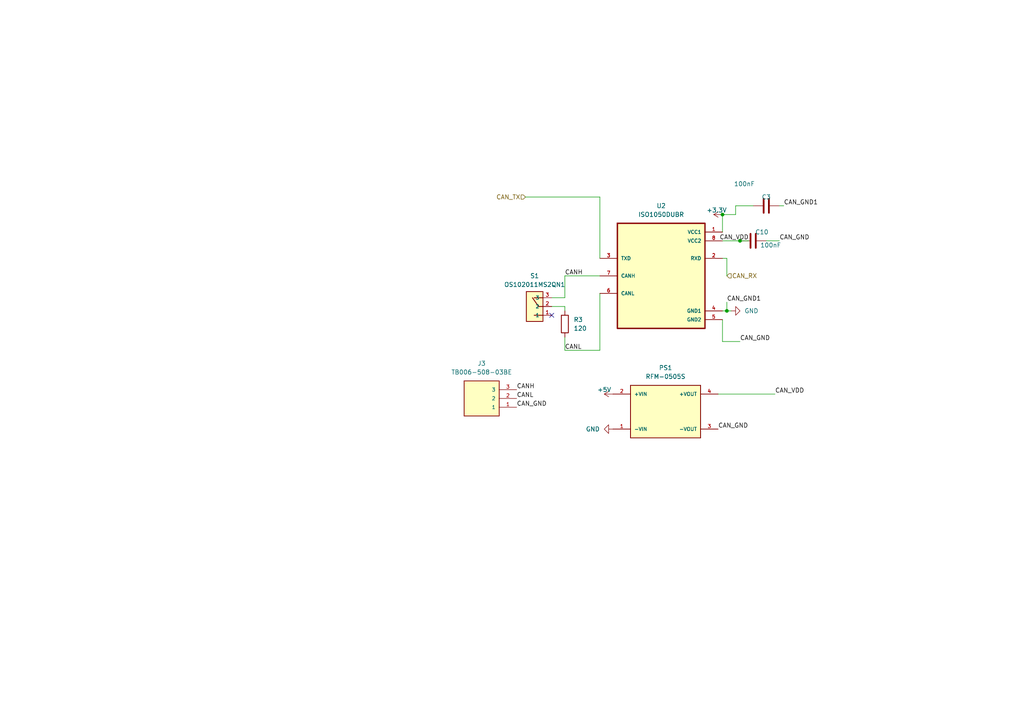
<source format=kicad_sch>
(kicad_sch (version 20230121) (generator eeschema)
  (paper "A4")
  (lib_symbols
    (symbol "Device:C" (pin_numbers hide) (pin_names (offset 0.254))
      (property "Reference" "C" (at 0.635 2.54 0))
      (property "Value" "C" (at 0.635 -2.54 0))
      (symbol "C_0_1"
        (polyline (pts (xy -2.032 -0.762) (xy 2.032 -0.762)) (stroke (width 0.508)))
        (polyline (pts (xy -2.032 0.762) (xy 2.032 0.762)) (stroke (width 0.508)))
      )
      (symbol "C_1_1"
        (pin passive line (at 0 3.81 270) (length 2.794) (name "~") (number "1"))
        (pin passive line (at 0 -3.81 90) (length 2.794) (name "~") (number "2"))
      )
    )
    (symbol "Device:R" (pin_numbers hide) (pin_names (offset 0))
      (property "Reference" "R" (at 2.032 0 90))
      (property "Value" "R" (at 0 0 90))
      (symbol "R_0_1"
        (rectangle (start -1.016 -2.54) (end 1.016 2.54) (stroke (width 0.254)))
      )
      (symbol "R_1_1"
        (pin passive line (at 0 3.81 270) (length 1.27) (name "~") (number "1"))
        (pin passive line (at 0 -3.81 90) (length 1.27) (name "~") (number "2"))
      )
    )
    (symbol "ISO1050DUBR:ISO1050DUBR" (pin_names (offset 1.016))
      (property "Reference" "U" (at -12.7 16.24 0))
      (property "Value" "ISO1050DUBR" (at -12.7 -19.24 0))
      (symbol "ISO1050DUBR_0_0"
        (rectangle (start -12.7 -15.24) (end 12.7 15.24) (stroke (width 0.41)) (fill (type background)))
        (pin power_in line (at 17.78 12.7 180) (length 5.08) (name "VCC1") (number "1"))
        (pin output line (at 17.78 5.08 180) (length 5.08) (name "RXD") (number "2"))
        (pin input line (at -17.78 5.08 0) (length 5.08) (name "TXD") (number "3"))
        (pin power_in line (at 17.78 -10.16 180) (length 5.08) (name "GND1") (number "4"))
        (pin power_in line (at 17.78 -12.7 180) (length 5.08) (name "GND2") (number "5"))
        (pin bidirectional line (at -17.78 -5.08 0) (length 5.08) (name "CANL") (number "6"))
        (pin bidirectional line (at -17.78 0 0) (length 5.08) (name "CANH") (number "7"))
        (pin power_in line (at 17.78 10.16 180) (length 5.08) (name "VCC2") (number "8"))
      )
    )
    (symbol "OS102011MS2QN1:OS102011MS2QN1" (pin_names (offset 1.016))
      (property "Reference" "S" (at -2.5411 5.0822 0))
      (property "Value" "OS102011MS2QN1" (at -2.544 -7.6319 0))
      (symbol "OS102011MS2QN1_0_0"
        (rectangle (start -2.54 -4.318) (end 2.286 4.318) (stroke (width 0.254)) (fill (type background)))
        (polyline (pts (xy -2.54 -2.54) (xy 0 -2.54)) (stroke (width 0.254)))
        (polyline (pts (xy -2.54 0) (xy -1.27 0)) (stroke (width 0.254)))
        (polyline (pts (xy -2.54 2.54) (xy 0 2.54)) (stroke (width 0.254)))
        (polyline (pts (xy -1.27 0) (xy 0.508 -2.54)) (stroke (width 0.254)))
        (pin passive line (at -5.08 2.54 0) (length 2.54) (name "1") (number "1"))
        (pin passive line (at -5.08 0 0) (length 2.54) (name "2") (number "2"))
        (pin passive line (at -5.08 -2.54 0) (length 2.54) (name "3") (number "3"))
      )
    )
    (symbol "RFM-0505S:RFM-0505S" (pin_names (offset 1.016))
      (property "Reference" "PS" (at -10.16 8.89 0))
      (property "Value" "RFM-0505S" (at -10.16 -10.16 0))
      (symbol "RFM-0505S_0_0"
        (rectangle (start -10.16 -7.62) (end 10.16 7.62) (stroke (width 0.254)) (fill (type background)))
        (pin input line (at -15.24 -5.08 0) (length 5.08) (name "-VIN") (number "1"))
        (pin input line (at -15.24 5.08 0) (length 5.08) (name "+VIN") (number "2"))
        (pin output line (at 15.24 -5.08 180) (length 5.08) (name "-VOUT") (number "3"))
        (pin output line (at 15.24 5.08 180) (length 5.08) (name "+VOUT") (number "4"))
      )
    )
    (symbol "TB006-508-03BE:TB006-508-03BE" (pin_names (offset 1.016))
      (property "Reference" "J" (at -5.58 5.08 0))
      (property "Value" "TB006-508-03BE" (at -5.08 -7.62 0))
      (symbol "TB006-508-03BE_0_0"
        (rectangle (start -5.08 -5.08) (end 5.08 5.08) (stroke (width 0.254)) (fill (type background)))
        (pin passive line (at -10.16 2.54 0) (length 5.08) (name "1") (number "1"))
        (pin passive line (at -10.16 0 0) (length 5.08) (name "2") (number "2"))
        (pin passive line (at -10.16 -2.54 0) (length 5.08) (name "3") (number "3"))
      )
    )
    (symbol "power:+3.3V" (power) (pin_names (offset 0))
      (property "Value" "+3.3V" (at 0 3.556 0))
      (symbol "+3.3V_0_1"
        (polyline (pts (xy -0.762 1.27) (xy 0 2.54)))
        (polyline (pts (xy 0 0) (xy 0 2.54)))
        (polyline (pts (xy 0 2.54) (xy 0.762 1.27)))
      )
      (symbol "+3.3V_1_1"
        (pin power_in line (at 0 0 90) (length 0) hide (name "+3.3V") (number "1"))
      )
    )
    (symbol "power:+5V" (power) (pin_names (offset 0))
      (property "Value" "+5V" (at 0 3.556 0))
      (symbol "+5V_0_1"
        (polyline (pts (xy -0.762 1.27) (xy 0 2.54)))
        (polyline (pts (xy 0 0) (xy 0 2.54)))
        (polyline (pts (xy 0 2.54) (xy 0.762 1.27)))
      )
      (symbol "+5V_1_1"
        (pin power_in line (at 0 0 90) (length 0) hide (name "+5V") (number "1"))
      )
    )
    (symbol "power:GND" (power) (pin_names (offset 0))
      (property "Value" "GND" (at 0 -3.81 0))
      (symbol "GND_0_1"
        (polyline (pts (xy 0 0) (xy 0 -1.27) (xy 1.27 -1.27) (xy 0 -2.54) (xy -1.27 -1.27) (xy 0 -1.27)))
      )
      (symbol "GND_1_1"
        (pin power_in line (at 0 0 270) (length 0) hide (name "GND") (number "1"))
      )
    )
  )
  (junction (at 210.82 90.17))
  (junction (at 209.55 62.23))
  (junction (at 214.63 69.85))
  (no_connect (at 160.02 91.44))
  (wire (pts (xy 210.82 74.93) (xy 209.55 74.93)))
  (wire (pts (xy 226.06 69.85) (xy 222.25 69.85)))
  (wire (pts (xy 163.83 88.9) (xy 163.83 90.17)))
  (wire (pts (xy 163.83 97.79) (xy 163.83 101.6)))
  (wire (pts (xy 213.36 62.23) (xy 209.55 62.23)))
  (wire (pts (xy 214.63 99.06) (xy 209.55 99.06)))
  (wire (pts (xy 209.55 67.31) (xy 209.55 62.23)))
  (wire (pts (xy 163.83 80.01) (xy 173.99 80.01)))
  (wire (pts (xy 160.02 86.36) (xy 163.83 86.36)))
  (wire (pts (xy 163.83 101.6) (xy 173.99 101.6)))
  (wire (pts (xy 173.99 57.15) (xy 173.99 74.93)))
  (wire (pts (xy 226.06 59.69) (xy 227.33 59.69)))
  (wire (pts (xy 173.99 85.09) (xy 173.99 101.6)))
  (wire (pts (xy 209.55 99.06) (xy 209.55 92.71)))
  (wire (pts (xy 212.09 90.17) (xy 210.82 90.17)))
  (wire (pts (xy 163.83 86.36) (xy 163.83 80.01)))
  (wire (pts (xy 210.82 90.17) (xy 209.55 90.17)))
  (wire (pts (xy 163.83 88.9) (xy 160.02 88.9)))
  (wire (pts (xy 210.82 87.63) (xy 210.82 90.17)))
  (wire (pts (xy 213.36 59.69) (xy 213.36 62.23)))
  (wire (pts (xy 209.55 69.85) (xy 214.63 69.85)))
  (wire (pts (xy 224.79 114.3) (xy 208.28 114.3)))
  (wire (pts (xy 210.82 80.01) (xy 210.82 74.93)))
  (wire (pts (xy 213.36 59.69) (xy 218.44 59.69)))
  (wire (pts (xy 217.17 69.85) (xy 214.63 69.85)))
  (wire (pts (xy 152.4 57.15) (xy 173.99 57.15)))
  (label "CANH" (at 163.83 80.01 0))
  (label "CAN_GND1" (at 227.33 59.69 0))
  (label "CAN_GND1" (at 210.82 87.63 0))
  (label "CANL" (at 163.83 101.6 0))
  (label "CAN_GND" (at 226.06 69.85 0))
  (label "CAN_GND" (at 208.28 124.46 0))
  (label "CAN_VDD" (at 224.79 114.3 0))
  (label "CANL" (at 149.86 115.57 0))
  (label "CAN_GND" (at 149.86 118.11 0))
  (label "CANH" (at 149.86 113.03 0))
  (label "CAN_VDD" (at 217.17 69.85 180))
  (label "CAN_GND" (at 214.63 99.06 0))
  (hierarchical_label "CAN_RX" (shape input) (at 210.82 80.01 0))
  (hierarchical_label "CAN_TX" (shape input) (at 152.4 57.15 180))
  (symbol (lib_id "Device:R") (at 163.83 93.98 0) (unit 1)
    (property "Reference" "R3" (at 166.37 92.71 0) (effects (justify left)))
    (property "Value" "120" (at 166.37 95.25 0) (effects (justify left)))
    (property "Footprint" "Resistor_SMD:R_0402_1005Metric" (effects hide))
    (instances (project "Motor Programmer Rev. 2" (path "" (reference "R3") (unit 1)) (path "" (reference "R3") (unit 1)) (path "" (reference "R6") (unit 1)) (path "" (reference "R8") (unit 1))))
  )
  (symbol (lib_id "power:+5V") (at 177.8 114.3 90) (unit 1)
    (property "Reference" "#PWR030" (effects hide))
    (property "Value" "+5V" (at 175.26 113.03 90))
    (instances (project "Motor Programmer Rev. 2" (path "" (reference "#PWR030") (unit 1)) (path "" (reference "#PWR010") (unit 1)) (path "" (reference "#PWR022") (unit 1)) (path "" (reference "#PWR067") (unit 1))))
  )
  (symbol (lib_id "ISO1050DUBR:ISO1050DUBR") (at 191.77 80.01 0) (unit 1)
    (property "Reference" "U2" (at 191.77 59.69 0))
    (property "Value" "ISO1050DUBR" (at 191.77 62.23 0))
    (property "Footprint" "ISO1050DUBR:SOP254P1040X485-8N" (effects hide))
    (instances (project "Motor Programmer Rev. 2" (path "" (reference "U2") (unit 1)) (path "" (reference "U1") (unit 1)) (path "" (reference "U2") (unit 1)) (path "" (reference "U18") (unit 1))))
  )
  (symbol (lib_id "power:+3.3V") (at 209.55 62.23 90) (unit 1)
    (property "Reference" "#PWR013" (effects hide))
    (property "Value" "+3.3V" (at 210.82 60.96 90) (effects (justify left)))
    (instances (project "Motor Programmer Rev. 2" (path "" (reference "#PWR013") (unit 1)) (path "" (reference "#PWR013") (unit 1)) (path "" (reference "#PWR024") (unit 1)) (path "" (reference "#PWR069") (unit 1))))
  )
  (symbol (lib_id "power:GND") (at 177.8 124.46 270) (unit 1)
    (property "Reference" "#PWR011" (effects hide))
    (property "Value" "GND" (at 173.99 124.46 90) (effects (justify right)))
    (instances (project "Motor Programmer Rev. 2" (path "" (reference "#PWR011") (unit 1)) (path "" (reference "#PWR023") (unit 1)) (path "" (reference "#PWR068") (unit 1))))
  )
  (symbol (lib_id "OS102011MS2QN1:OS102011MS2QN1") (at 154.94 88.9 180) (unit 1)
    (property "Reference" "S1" (at 155.067 80.01 0))
    (property "Value" "OS102011MS2QN1" (at 155.067 82.55 0))
    (property "Footprint" "OS102011MS2QN1:SW_OS102011MS2QN1" (effects hide))
    (property "STANDARD" "MANUFACTURER RECOMMENDATIONS" (effects hide))
    (property "MANUFACTURER" "C&K" (effects hide))
    (instances (project "Motor Programmer Rev. 2" (path "" (reference "S1") (unit 1)) (path "" (reference "S1") (unit 1)) (path "" (reference "S2") (unit 1)) (path "" (reference "S5") (unit 1))))
  )
  (symbol (lib_id "power:GND") (at 212.09 90.17 90) (unit 1)
    (property "Reference" "#PWR010" (effects hide))
    (property "Value" "GND" (at 215.9 90.17 90) (effects (justify right)))
    (instances (project "Motor Programmer Rev. 2" (path "" (reference "#PWR010") (unit 1)) (path "" (reference "#PWR021") (unit 1)) (path "" (reference "#PWR025") (unit 1)) (path "" (reference "#PWR070") (unit 1))))
  )
  (symbol (lib_id "Device:C") (at 222.25 59.69 90) (unit 1)
    (property "Reference" "C3" (at 222.25 57.15 90))
    (property "Value" "100nF" (at 215.9 53.34 90))
    (property "Footprint" "Capacitor_SMD:C_0402_1005Metric" (effects hide))
    (instances (project "Motor Programmer Rev. 2" (path "" (reference "C3") (unit 1)) (path "" (reference "C5") (unit 1)) (path "" (reference "C7") (unit 1)) (path "" (reference "C12") (unit 1))))
  )
  (symbol (lib_id "RFM-0505S:RFM-0505S") (at 193.04 119.38 0) (unit 1)
    (property "Reference" "PS1" (at 193.04 106.68 0))
    (property "Value" "RFM-0505S" (at 193.04 109.22 0))
    (property "Footprint" "RFM_0505Sreal:CONV_RFM-0505S" (effects hide))
    (property "PARTREV" "0" (effects hide))
    (property "STANDARD" "Manufacturer Recommendations" (effects hide))
    (property "MAXIMUM_PACKAGE_HEIGHT" "10mm" (effects hide))
    (property "MANUFACTURER" "Recom" (effects hide))
    (instances (project "Motor Programmer Rev. 2" (path "" (reference "PS1") (unit 1)) (path "" (reference "PS2") (unit 1)) (path "" (reference "PS4") (unit 1))))
  )
  (symbol (lib_id "TB006-508-03BE:TB006-508-03BE") (at 139.7 115.57 180) (unit 1)
    (property "Reference" "J3" (at 139.7 105.41 0))
    (property "Value" "TB006-508-03BE" (at 139.7 107.95 0))
    (property "Footprint" "TB006_508_03BE2:CUI_TB006-508-03BE" (effects hide))
    (property "STANDARD" "Manufacturer Recommendations" (effects hide))
    (property "MANUFACTURER" "CUI" (effects hide))
    (instances (project "Motor Programmer Rev. 2" (path "" (reference "J3") (unit 1)) (path "" (reference "J5") (unit 1)) (path "" (reference "J7") (unit 1))))
  )
  (symbol (lib_id "Device:C") (at 218.44 69.85 90) (unit 1)
    (property "Reference" "C10" (at 220.98 67.31 90))
    (property "Value" "100nF" (at 223.52 71.12 90))
    (property "Footprint" "Capacitor_SMD:C_0402_1005Metric" (effects hide))
    (instances (project "Motor Programmer Rev. 2" (path "" (reference "C10") (unit 1)) (path "" (reference "C3") (unit 1)) (path "" (reference "C6") (unit 1)) (path "" (reference "C11") (unit 1))))
  )
)
</source>
